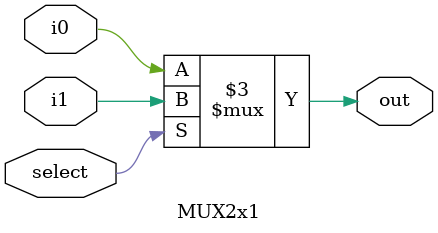
<source format=sv>
`timescale 1ns / 1ps


module MUX2x1(

    input logic i0,
    input logic i1,
    input logic select,
    output logic out
);
    
    always_comb begin
    
        if (select) 
            out = i1;
        else 
            out = i0;  
             
    end
    
endmodule

</source>
